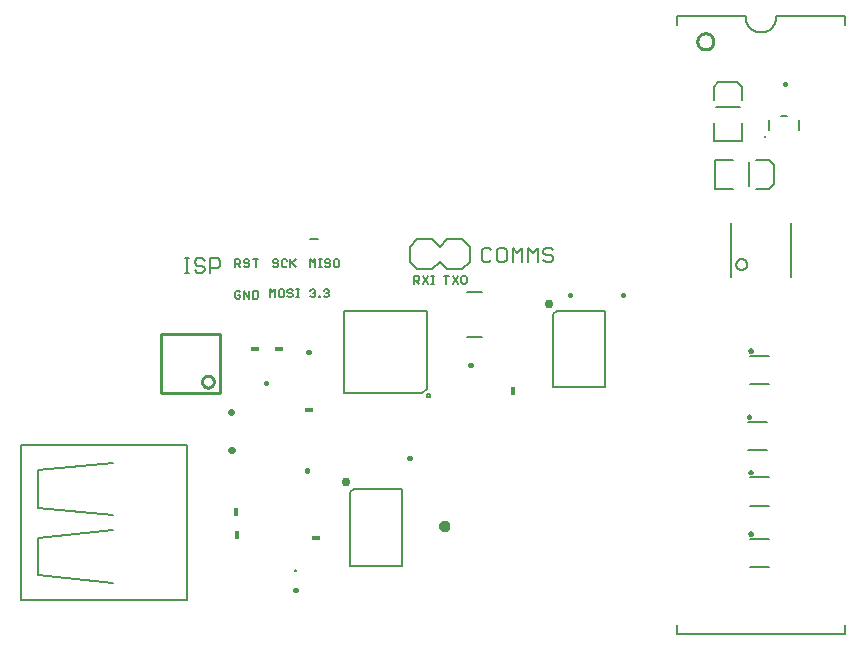
<source format=gto>
G75*
%MOIN*%
%OFA0B0*%
%FSLAX25Y25*%
%IPPOS*%
%LPD*%
%AMOC8*
5,1,8,0,0,1.08239X$1,22.5*
%
%ADD10C,0.00800*%
%ADD11C,0.00600*%
%ADD12C,0.01000*%
%ADD13C,0.01600*%
%ADD14C,0.02200*%
%ADD15R,0.01500X0.03000*%
%ADD16C,0.01000*%
%ADD17C,0.00500*%
%ADD18C,0.03000*%
%ADD19C,0.01500*%
%ADD20R,0.03000X0.01500*%
%ADD21C,0.00591*%
D10*
X0108738Y0091554D02*
X0134939Y0091554D01*
X0136337Y0092952D01*
X0136337Y0119153D01*
X0108738Y0119153D01*
X0108738Y0091554D01*
X0136337Y0090853D02*
X0136339Y0090902D01*
X0136345Y0090950D01*
X0136355Y0090998D01*
X0136369Y0091045D01*
X0136386Y0091091D01*
X0136407Y0091135D01*
X0136432Y0091177D01*
X0136460Y0091217D01*
X0136492Y0091255D01*
X0136526Y0091290D01*
X0136563Y0091322D01*
X0136602Y0091351D01*
X0136644Y0091377D01*
X0136688Y0091399D01*
X0136733Y0091417D01*
X0136780Y0091432D01*
X0136827Y0091443D01*
X0136876Y0091450D01*
X0136925Y0091453D01*
X0136974Y0091452D01*
X0137022Y0091447D01*
X0137071Y0091438D01*
X0137118Y0091425D01*
X0137164Y0091408D01*
X0137208Y0091388D01*
X0137251Y0091364D01*
X0137292Y0091337D01*
X0137330Y0091306D01*
X0137366Y0091273D01*
X0137398Y0091237D01*
X0137428Y0091198D01*
X0137455Y0091157D01*
X0137478Y0091113D01*
X0137497Y0091068D01*
X0137513Y0091022D01*
X0137525Y0090975D01*
X0137533Y0090926D01*
X0137537Y0090877D01*
X0137537Y0090829D01*
X0137533Y0090780D01*
X0137525Y0090731D01*
X0137513Y0090684D01*
X0137497Y0090638D01*
X0137478Y0090593D01*
X0137455Y0090549D01*
X0137428Y0090508D01*
X0137398Y0090469D01*
X0137366Y0090433D01*
X0137330Y0090400D01*
X0137292Y0090369D01*
X0137251Y0090342D01*
X0137208Y0090318D01*
X0137164Y0090298D01*
X0137118Y0090281D01*
X0137071Y0090268D01*
X0137022Y0090259D01*
X0136974Y0090254D01*
X0136925Y0090253D01*
X0136876Y0090256D01*
X0136827Y0090263D01*
X0136780Y0090274D01*
X0136733Y0090289D01*
X0136688Y0090307D01*
X0136644Y0090329D01*
X0136602Y0090355D01*
X0136563Y0090384D01*
X0136526Y0090416D01*
X0136492Y0090451D01*
X0136460Y0090489D01*
X0136432Y0090529D01*
X0136407Y0090571D01*
X0136386Y0090615D01*
X0136369Y0090661D01*
X0136355Y0090708D01*
X0136345Y0090756D01*
X0136339Y0090804D01*
X0136337Y0090853D01*
X0149651Y0110469D02*
X0154769Y0110469D01*
X0154769Y0125232D02*
X0149651Y0125232D01*
X0148250Y0132865D02*
X0143250Y0132865D01*
X0140750Y0135365D01*
X0138250Y0132865D01*
X0133250Y0132865D01*
X0130750Y0135365D01*
X0130750Y0140365D01*
X0133250Y0142865D01*
X0138250Y0142865D01*
X0140750Y0140365D01*
X0143250Y0142865D01*
X0148250Y0142865D01*
X0150750Y0140365D01*
X0150750Y0135365D01*
X0148250Y0132865D01*
X0154650Y0136066D02*
X0155451Y0135265D01*
X0157052Y0135265D01*
X0157853Y0136066D01*
X0159806Y0136066D02*
X0160607Y0135265D01*
X0162208Y0135265D01*
X0163009Y0136066D01*
X0163009Y0139269D01*
X0162208Y0140069D01*
X0160607Y0140069D01*
X0159806Y0139269D01*
X0159806Y0136066D01*
X0157853Y0139269D02*
X0157052Y0140069D01*
X0155451Y0140069D01*
X0154650Y0139269D01*
X0154650Y0136066D01*
X0164963Y0135265D02*
X0164963Y0140069D01*
X0166564Y0138468D01*
X0168166Y0140069D01*
X0168166Y0135265D01*
X0170119Y0135265D02*
X0170119Y0140069D01*
X0171721Y0138468D01*
X0173322Y0140069D01*
X0173322Y0135265D01*
X0175276Y0136066D02*
X0176076Y0135265D01*
X0177678Y0135265D01*
X0178478Y0136066D01*
X0178478Y0136867D01*
X0177678Y0137667D01*
X0176076Y0137667D01*
X0175276Y0138468D01*
X0175276Y0139269D01*
X0176076Y0140069D01*
X0177678Y0140069D01*
X0178478Y0139269D01*
X0232026Y0175680D02*
X0232026Y0181586D01*
X0232026Y0175680D02*
X0241474Y0175680D01*
X0241474Y0181586D01*
X0241474Y0189460D02*
X0241474Y0193790D01*
X0239900Y0195365D01*
X0233600Y0195365D01*
X0232026Y0193790D01*
X0232026Y0189460D01*
X0250425Y0182831D02*
X0250425Y0179450D01*
X0254368Y0183931D02*
X0256481Y0183931D01*
X0260425Y0182831D02*
X0260425Y0179450D01*
X0250608Y0169235D02*
X0246278Y0169235D01*
X0250608Y0169235D02*
X0252183Y0167661D01*
X0252183Y0161361D01*
X0250608Y0159787D01*
X0246278Y0159787D01*
X0238404Y0159787D02*
X0232498Y0159787D01*
X0232498Y0169235D01*
X0238404Y0169235D01*
X0243937Y0105665D02*
X0243939Y0105712D01*
X0243945Y0105758D01*
X0243954Y0105804D01*
X0243968Y0105848D01*
X0243985Y0105892D01*
X0244006Y0105933D01*
X0244030Y0105973D01*
X0244057Y0106011D01*
X0244088Y0106046D01*
X0244121Y0106079D01*
X0244157Y0106109D01*
X0244196Y0106135D01*
X0244236Y0106159D01*
X0244278Y0106178D01*
X0244322Y0106195D01*
X0244367Y0106207D01*
X0244413Y0106216D01*
X0244459Y0106221D01*
X0244506Y0106222D01*
X0244552Y0106219D01*
X0244598Y0106212D01*
X0244644Y0106201D01*
X0244688Y0106187D01*
X0244731Y0106169D01*
X0244772Y0106147D01*
X0244812Y0106122D01*
X0244849Y0106094D01*
X0244884Y0106063D01*
X0244916Y0106029D01*
X0244945Y0105992D01*
X0244970Y0105954D01*
X0244993Y0105913D01*
X0245012Y0105870D01*
X0245027Y0105826D01*
X0245039Y0105781D01*
X0245047Y0105735D01*
X0245051Y0105688D01*
X0245051Y0105642D01*
X0245047Y0105595D01*
X0245039Y0105549D01*
X0245027Y0105504D01*
X0245012Y0105460D01*
X0244993Y0105417D01*
X0244970Y0105376D01*
X0244945Y0105338D01*
X0244916Y0105301D01*
X0244884Y0105267D01*
X0244849Y0105236D01*
X0244812Y0105208D01*
X0244773Y0105183D01*
X0244731Y0105161D01*
X0244688Y0105143D01*
X0244644Y0105129D01*
X0244598Y0105118D01*
X0244552Y0105111D01*
X0244506Y0105108D01*
X0244459Y0105109D01*
X0244413Y0105114D01*
X0244367Y0105123D01*
X0244322Y0105135D01*
X0244278Y0105152D01*
X0244236Y0105171D01*
X0244196Y0105195D01*
X0244157Y0105221D01*
X0244121Y0105251D01*
X0244088Y0105284D01*
X0244057Y0105319D01*
X0244030Y0105357D01*
X0244006Y0105397D01*
X0243985Y0105438D01*
X0243968Y0105482D01*
X0243954Y0105526D01*
X0243945Y0105572D01*
X0243939Y0105618D01*
X0243937Y0105665D01*
X0244100Y0104090D02*
X0250400Y0104090D01*
X0250400Y0094641D02*
X0244100Y0094641D01*
X0243437Y0083665D02*
X0243439Y0083712D01*
X0243445Y0083758D01*
X0243454Y0083804D01*
X0243468Y0083848D01*
X0243485Y0083892D01*
X0243506Y0083933D01*
X0243530Y0083973D01*
X0243557Y0084011D01*
X0243588Y0084046D01*
X0243621Y0084079D01*
X0243657Y0084109D01*
X0243696Y0084135D01*
X0243736Y0084159D01*
X0243778Y0084178D01*
X0243822Y0084195D01*
X0243867Y0084207D01*
X0243913Y0084216D01*
X0243959Y0084221D01*
X0244006Y0084222D01*
X0244052Y0084219D01*
X0244098Y0084212D01*
X0244144Y0084201D01*
X0244188Y0084187D01*
X0244231Y0084169D01*
X0244272Y0084147D01*
X0244312Y0084122D01*
X0244349Y0084094D01*
X0244384Y0084063D01*
X0244416Y0084029D01*
X0244445Y0083992D01*
X0244470Y0083954D01*
X0244493Y0083913D01*
X0244512Y0083870D01*
X0244527Y0083826D01*
X0244539Y0083781D01*
X0244547Y0083735D01*
X0244551Y0083688D01*
X0244551Y0083642D01*
X0244547Y0083595D01*
X0244539Y0083549D01*
X0244527Y0083504D01*
X0244512Y0083460D01*
X0244493Y0083417D01*
X0244470Y0083376D01*
X0244445Y0083338D01*
X0244416Y0083301D01*
X0244384Y0083267D01*
X0244349Y0083236D01*
X0244312Y0083208D01*
X0244273Y0083183D01*
X0244231Y0083161D01*
X0244188Y0083143D01*
X0244144Y0083129D01*
X0244098Y0083118D01*
X0244052Y0083111D01*
X0244006Y0083108D01*
X0243959Y0083109D01*
X0243913Y0083114D01*
X0243867Y0083123D01*
X0243822Y0083135D01*
X0243778Y0083152D01*
X0243736Y0083171D01*
X0243696Y0083195D01*
X0243657Y0083221D01*
X0243621Y0083251D01*
X0243588Y0083284D01*
X0243557Y0083319D01*
X0243530Y0083357D01*
X0243506Y0083397D01*
X0243485Y0083438D01*
X0243468Y0083482D01*
X0243454Y0083526D01*
X0243445Y0083572D01*
X0243439Y0083618D01*
X0243437Y0083665D01*
X0243600Y0082090D02*
X0249900Y0082090D01*
X0249900Y0072641D02*
X0243600Y0072641D01*
X0243937Y0065165D02*
X0243939Y0065212D01*
X0243945Y0065258D01*
X0243954Y0065304D01*
X0243968Y0065348D01*
X0243985Y0065392D01*
X0244006Y0065433D01*
X0244030Y0065473D01*
X0244057Y0065511D01*
X0244088Y0065546D01*
X0244121Y0065579D01*
X0244157Y0065609D01*
X0244196Y0065635D01*
X0244236Y0065659D01*
X0244278Y0065678D01*
X0244322Y0065695D01*
X0244367Y0065707D01*
X0244413Y0065716D01*
X0244459Y0065721D01*
X0244506Y0065722D01*
X0244552Y0065719D01*
X0244598Y0065712D01*
X0244644Y0065701D01*
X0244688Y0065687D01*
X0244731Y0065669D01*
X0244772Y0065647D01*
X0244812Y0065622D01*
X0244849Y0065594D01*
X0244884Y0065563D01*
X0244916Y0065529D01*
X0244945Y0065492D01*
X0244970Y0065454D01*
X0244993Y0065413D01*
X0245012Y0065370D01*
X0245027Y0065326D01*
X0245039Y0065281D01*
X0245047Y0065235D01*
X0245051Y0065188D01*
X0245051Y0065142D01*
X0245047Y0065095D01*
X0245039Y0065049D01*
X0245027Y0065004D01*
X0245012Y0064960D01*
X0244993Y0064917D01*
X0244970Y0064876D01*
X0244945Y0064838D01*
X0244916Y0064801D01*
X0244884Y0064767D01*
X0244849Y0064736D01*
X0244812Y0064708D01*
X0244773Y0064683D01*
X0244731Y0064661D01*
X0244688Y0064643D01*
X0244644Y0064629D01*
X0244598Y0064618D01*
X0244552Y0064611D01*
X0244506Y0064608D01*
X0244459Y0064609D01*
X0244413Y0064614D01*
X0244367Y0064623D01*
X0244322Y0064635D01*
X0244278Y0064652D01*
X0244236Y0064671D01*
X0244196Y0064695D01*
X0244157Y0064721D01*
X0244121Y0064751D01*
X0244088Y0064784D01*
X0244057Y0064819D01*
X0244030Y0064857D01*
X0244006Y0064897D01*
X0243985Y0064938D01*
X0243968Y0064982D01*
X0243954Y0065026D01*
X0243945Y0065072D01*
X0243939Y0065118D01*
X0243937Y0065165D01*
X0244100Y0063590D02*
X0250400Y0063590D01*
X0250400Y0054141D02*
X0244100Y0054141D01*
X0243937Y0044665D02*
X0243939Y0044712D01*
X0243945Y0044758D01*
X0243954Y0044804D01*
X0243968Y0044848D01*
X0243985Y0044892D01*
X0244006Y0044933D01*
X0244030Y0044973D01*
X0244057Y0045011D01*
X0244088Y0045046D01*
X0244121Y0045079D01*
X0244157Y0045109D01*
X0244196Y0045135D01*
X0244236Y0045159D01*
X0244278Y0045178D01*
X0244322Y0045195D01*
X0244367Y0045207D01*
X0244413Y0045216D01*
X0244459Y0045221D01*
X0244506Y0045222D01*
X0244552Y0045219D01*
X0244598Y0045212D01*
X0244644Y0045201D01*
X0244688Y0045187D01*
X0244731Y0045169D01*
X0244772Y0045147D01*
X0244812Y0045122D01*
X0244849Y0045094D01*
X0244884Y0045063D01*
X0244916Y0045029D01*
X0244945Y0044992D01*
X0244970Y0044954D01*
X0244993Y0044913D01*
X0245012Y0044870D01*
X0245027Y0044826D01*
X0245039Y0044781D01*
X0245047Y0044735D01*
X0245051Y0044688D01*
X0245051Y0044642D01*
X0245047Y0044595D01*
X0245039Y0044549D01*
X0245027Y0044504D01*
X0245012Y0044460D01*
X0244993Y0044417D01*
X0244970Y0044376D01*
X0244945Y0044338D01*
X0244916Y0044301D01*
X0244884Y0044267D01*
X0244849Y0044236D01*
X0244812Y0044208D01*
X0244773Y0044183D01*
X0244731Y0044161D01*
X0244688Y0044143D01*
X0244644Y0044129D01*
X0244598Y0044118D01*
X0244552Y0044111D01*
X0244506Y0044108D01*
X0244459Y0044109D01*
X0244413Y0044114D01*
X0244367Y0044123D01*
X0244322Y0044135D01*
X0244278Y0044152D01*
X0244236Y0044171D01*
X0244196Y0044195D01*
X0244157Y0044221D01*
X0244121Y0044251D01*
X0244088Y0044284D01*
X0244057Y0044319D01*
X0244030Y0044357D01*
X0244006Y0044397D01*
X0243985Y0044438D01*
X0243968Y0044482D01*
X0243954Y0044526D01*
X0243945Y0044572D01*
X0243939Y0044618D01*
X0243937Y0044665D01*
X0244100Y0043090D02*
X0250400Y0043090D01*
X0250400Y0033641D02*
X0244100Y0033641D01*
X0100162Y0143028D02*
X0097462Y0143028D01*
X0067447Y0135769D02*
X0067447Y0134167D01*
X0066646Y0133367D01*
X0064244Y0133367D01*
X0064244Y0131765D02*
X0064244Y0136569D01*
X0066646Y0136569D01*
X0067447Y0135769D01*
X0062290Y0135769D02*
X0061490Y0136569D01*
X0059888Y0136569D01*
X0059088Y0135769D01*
X0059088Y0134968D01*
X0059888Y0134167D01*
X0061490Y0134167D01*
X0062290Y0133367D01*
X0062290Y0132566D01*
X0061490Y0131765D01*
X0059888Y0131765D01*
X0059088Y0132566D01*
X0057251Y0131765D02*
X0055650Y0131765D01*
X0056451Y0131765D02*
X0056451Y0136569D01*
X0057251Y0136569D02*
X0055650Y0136569D01*
D11*
X0072550Y0136268D02*
X0072550Y0133665D01*
X0072550Y0134533D02*
X0073851Y0134533D01*
X0074285Y0134966D01*
X0074285Y0135834D01*
X0073851Y0136268D01*
X0072550Y0136268D01*
X0073417Y0134533D02*
X0074285Y0133665D01*
X0075497Y0134099D02*
X0075930Y0133665D01*
X0076798Y0133665D01*
X0077231Y0134099D01*
X0077231Y0134533D01*
X0076798Y0134966D01*
X0075930Y0134966D01*
X0075497Y0135400D01*
X0075497Y0135834D01*
X0075930Y0136268D01*
X0076798Y0136268D01*
X0077231Y0135834D01*
X0078443Y0136268D02*
X0080178Y0136268D01*
X0079310Y0136268D02*
X0079310Y0133665D01*
X0085050Y0134099D02*
X0085484Y0133665D01*
X0086351Y0133665D01*
X0086785Y0134099D01*
X0086785Y0134533D01*
X0086351Y0134966D01*
X0085484Y0134966D01*
X0085050Y0135400D01*
X0085050Y0135834D01*
X0085484Y0136268D01*
X0086351Y0136268D01*
X0086785Y0135834D01*
X0087997Y0135834D02*
X0087997Y0134099D01*
X0088430Y0133665D01*
X0089298Y0133665D01*
X0089731Y0134099D01*
X0090943Y0134533D02*
X0092678Y0136268D01*
X0090943Y0136268D02*
X0090943Y0133665D01*
X0091377Y0134966D02*
X0092678Y0133665D01*
X0089731Y0135834D02*
X0089298Y0136268D01*
X0088430Y0136268D01*
X0087997Y0135834D01*
X0097550Y0136268D02*
X0098417Y0135400D01*
X0099285Y0136268D01*
X0099285Y0133665D01*
X0100497Y0133665D02*
X0101364Y0133665D01*
X0100930Y0133665D02*
X0100930Y0136268D01*
X0100497Y0136268D02*
X0101364Y0136268D01*
X0102461Y0135834D02*
X0102461Y0135400D01*
X0102895Y0134966D01*
X0103762Y0134966D01*
X0104196Y0134533D01*
X0104196Y0134099D01*
X0103762Y0133665D01*
X0102895Y0133665D01*
X0102461Y0134099D01*
X0102461Y0135834D02*
X0102895Y0136268D01*
X0103762Y0136268D01*
X0104196Y0135834D01*
X0105407Y0135834D02*
X0105407Y0134099D01*
X0105841Y0133665D01*
X0106708Y0133665D01*
X0107142Y0134099D01*
X0107142Y0135834D01*
X0106708Y0136268D01*
X0105841Y0136268D01*
X0105407Y0135834D01*
X0097550Y0136268D02*
X0097550Y0133665D01*
X0097984Y0126268D02*
X0098851Y0126268D01*
X0099285Y0125834D01*
X0099285Y0125400D01*
X0098851Y0124966D01*
X0099285Y0124533D01*
X0099285Y0124099D01*
X0098851Y0123665D01*
X0097984Y0123665D01*
X0097550Y0124099D01*
X0098417Y0124966D02*
X0098851Y0124966D01*
X0097550Y0125834D02*
X0097984Y0126268D01*
X0100497Y0124099D02*
X0100930Y0124099D01*
X0100930Y0123665D01*
X0100497Y0123665D01*
X0100497Y0124099D01*
X0101970Y0124099D02*
X0102403Y0123665D01*
X0103271Y0123665D01*
X0103705Y0124099D01*
X0103705Y0124533D01*
X0103271Y0124966D01*
X0102837Y0124966D01*
X0103271Y0124966D02*
X0103705Y0125400D01*
X0103705Y0125834D01*
X0103271Y0126268D01*
X0102403Y0126268D01*
X0101970Y0125834D01*
X0093757Y0126268D02*
X0092890Y0126268D01*
X0093323Y0126268D02*
X0093323Y0123665D01*
X0092890Y0123665D02*
X0093757Y0123665D01*
X0091678Y0124099D02*
X0091244Y0123665D01*
X0090377Y0123665D01*
X0089943Y0124099D01*
X0090377Y0124966D02*
X0091244Y0124966D01*
X0091678Y0124533D01*
X0091678Y0124099D01*
X0090377Y0124966D02*
X0089943Y0125400D01*
X0089943Y0125834D01*
X0090377Y0126268D01*
X0091244Y0126268D01*
X0091678Y0125834D01*
X0088731Y0125834D02*
X0088731Y0124099D01*
X0088298Y0123665D01*
X0087430Y0123665D01*
X0086997Y0124099D01*
X0086997Y0125834D01*
X0087430Y0126268D01*
X0088298Y0126268D01*
X0088731Y0125834D01*
X0085785Y0126268D02*
X0085785Y0123665D01*
X0084050Y0123665D02*
X0084050Y0126268D01*
X0084917Y0125400D01*
X0085785Y0126268D01*
X0080178Y0125334D02*
X0080178Y0123599D01*
X0079744Y0123165D01*
X0078443Y0123165D01*
X0078443Y0125768D01*
X0079744Y0125768D01*
X0080178Y0125334D01*
X0077231Y0125768D02*
X0077231Y0123165D01*
X0075497Y0125768D01*
X0075497Y0123165D01*
X0074285Y0123599D02*
X0074285Y0124466D01*
X0073417Y0124466D01*
X0072550Y0123599D02*
X0072984Y0123165D01*
X0073851Y0123165D01*
X0074285Y0123599D01*
X0074285Y0125334D02*
X0073851Y0125768D01*
X0072984Y0125768D01*
X0072550Y0125334D01*
X0072550Y0123599D01*
X0132050Y0128165D02*
X0132050Y0130768D01*
X0133351Y0130768D01*
X0133785Y0130334D01*
X0133785Y0129466D01*
X0133351Y0129033D01*
X0132050Y0129033D01*
X0132917Y0129033D02*
X0133785Y0128165D01*
X0134997Y0128165D02*
X0136731Y0130768D01*
X0137943Y0130768D02*
X0138810Y0130768D01*
X0138377Y0130768D02*
X0138377Y0128165D01*
X0138810Y0128165D02*
X0137943Y0128165D01*
X0136731Y0128165D02*
X0134997Y0130768D01*
X0142050Y0130768D02*
X0143785Y0130768D01*
X0142917Y0130768D02*
X0142917Y0128165D01*
X0144997Y0128165D02*
X0146731Y0130768D01*
X0147943Y0130334D02*
X0147943Y0128599D01*
X0148377Y0128165D01*
X0149244Y0128165D01*
X0149678Y0128599D01*
X0149678Y0130334D01*
X0149244Y0130768D01*
X0148377Y0130768D01*
X0147943Y0130334D01*
X0146731Y0128165D02*
X0144997Y0130768D01*
X0237850Y0130378D02*
X0237850Y0148353D01*
X0239550Y0134565D02*
X0239552Y0134649D01*
X0239558Y0134734D01*
X0239568Y0134817D01*
X0239582Y0134901D01*
X0239599Y0134983D01*
X0239621Y0135065D01*
X0239646Y0135145D01*
X0239675Y0135224D01*
X0239708Y0135302D01*
X0239744Y0135378D01*
X0239784Y0135453D01*
X0239828Y0135525D01*
X0239874Y0135596D01*
X0239924Y0135664D01*
X0239977Y0135729D01*
X0240033Y0135792D01*
X0240092Y0135853D01*
X0240154Y0135910D01*
X0240218Y0135965D01*
X0240285Y0136016D01*
X0240354Y0136065D01*
X0240426Y0136110D01*
X0240499Y0136151D01*
X0240574Y0136189D01*
X0240651Y0136224D01*
X0240730Y0136255D01*
X0240810Y0136282D01*
X0240891Y0136305D01*
X0240973Y0136325D01*
X0241056Y0136341D01*
X0241139Y0136353D01*
X0241224Y0136361D01*
X0241308Y0136365D01*
X0241392Y0136365D01*
X0241476Y0136361D01*
X0241561Y0136353D01*
X0241644Y0136341D01*
X0241727Y0136325D01*
X0241809Y0136305D01*
X0241890Y0136282D01*
X0241970Y0136255D01*
X0242049Y0136224D01*
X0242126Y0136189D01*
X0242201Y0136151D01*
X0242274Y0136110D01*
X0242346Y0136065D01*
X0242415Y0136016D01*
X0242482Y0135965D01*
X0242546Y0135910D01*
X0242608Y0135853D01*
X0242667Y0135792D01*
X0242723Y0135729D01*
X0242776Y0135664D01*
X0242826Y0135596D01*
X0242872Y0135525D01*
X0242916Y0135453D01*
X0242956Y0135378D01*
X0242992Y0135302D01*
X0243025Y0135224D01*
X0243054Y0135145D01*
X0243079Y0135065D01*
X0243101Y0134983D01*
X0243118Y0134901D01*
X0243132Y0134817D01*
X0243142Y0134734D01*
X0243148Y0134649D01*
X0243150Y0134565D01*
X0243148Y0134481D01*
X0243142Y0134396D01*
X0243132Y0134313D01*
X0243118Y0134229D01*
X0243101Y0134147D01*
X0243079Y0134065D01*
X0243054Y0133985D01*
X0243025Y0133906D01*
X0242992Y0133828D01*
X0242956Y0133752D01*
X0242916Y0133677D01*
X0242872Y0133605D01*
X0242826Y0133534D01*
X0242776Y0133466D01*
X0242723Y0133401D01*
X0242667Y0133338D01*
X0242608Y0133277D01*
X0242546Y0133220D01*
X0242482Y0133165D01*
X0242415Y0133114D01*
X0242346Y0133065D01*
X0242274Y0133020D01*
X0242201Y0132979D01*
X0242126Y0132941D01*
X0242049Y0132906D01*
X0241970Y0132875D01*
X0241890Y0132848D01*
X0241809Y0132825D01*
X0241727Y0132805D01*
X0241644Y0132789D01*
X0241561Y0132777D01*
X0241476Y0132769D01*
X0241392Y0132765D01*
X0241308Y0132765D01*
X0241224Y0132769D01*
X0241139Y0132777D01*
X0241056Y0132789D01*
X0240973Y0132805D01*
X0240891Y0132825D01*
X0240810Y0132848D01*
X0240730Y0132875D01*
X0240651Y0132906D01*
X0240574Y0132941D01*
X0240499Y0132979D01*
X0240426Y0133020D01*
X0240354Y0133065D01*
X0240285Y0133114D01*
X0240218Y0133165D01*
X0240154Y0133220D01*
X0240092Y0133277D01*
X0240033Y0133338D01*
X0239977Y0133401D01*
X0239924Y0133466D01*
X0239874Y0133534D01*
X0239828Y0133605D01*
X0239784Y0133677D01*
X0239744Y0133752D01*
X0239708Y0133828D01*
X0239675Y0133906D01*
X0239646Y0133985D01*
X0239621Y0134065D01*
X0239599Y0134147D01*
X0239582Y0134229D01*
X0239568Y0134313D01*
X0239558Y0134396D01*
X0239552Y0134481D01*
X0239550Y0134565D01*
X0257650Y0130378D02*
X0257650Y0148353D01*
X0275750Y0214365D02*
X0275750Y0217265D01*
X0252750Y0217265D01*
X0252750Y0216865D02*
X0252748Y0216725D01*
X0252742Y0216585D01*
X0252732Y0216445D01*
X0252719Y0216305D01*
X0252701Y0216166D01*
X0252679Y0216027D01*
X0252654Y0215890D01*
X0252625Y0215752D01*
X0252592Y0215616D01*
X0252555Y0215481D01*
X0252514Y0215347D01*
X0252469Y0215214D01*
X0252421Y0215082D01*
X0252369Y0214952D01*
X0252314Y0214823D01*
X0252255Y0214696D01*
X0252192Y0214570D01*
X0252126Y0214446D01*
X0252057Y0214325D01*
X0251984Y0214205D01*
X0251907Y0214087D01*
X0251828Y0213972D01*
X0251745Y0213858D01*
X0251659Y0213748D01*
X0251570Y0213639D01*
X0251478Y0213533D01*
X0251383Y0213430D01*
X0251286Y0213329D01*
X0251185Y0213232D01*
X0251082Y0213137D01*
X0250976Y0213045D01*
X0250867Y0212956D01*
X0250757Y0212870D01*
X0250643Y0212787D01*
X0250528Y0212708D01*
X0250410Y0212631D01*
X0250290Y0212558D01*
X0250169Y0212489D01*
X0250045Y0212423D01*
X0249919Y0212360D01*
X0249792Y0212301D01*
X0249663Y0212246D01*
X0249533Y0212194D01*
X0249401Y0212146D01*
X0249268Y0212101D01*
X0249134Y0212060D01*
X0248999Y0212023D01*
X0248863Y0211990D01*
X0248725Y0211961D01*
X0248588Y0211936D01*
X0248449Y0211914D01*
X0248310Y0211896D01*
X0248170Y0211883D01*
X0248030Y0211873D01*
X0247890Y0211867D01*
X0247750Y0211865D01*
X0247610Y0211867D01*
X0247470Y0211873D01*
X0247330Y0211883D01*
X0247190Y0211896D01*
X0247051Y0211914D01*
X0246912Y0211936D01*
X0246775Y0211961D01*
X0246637Y0211990D01*
X0246501Y0212023D01*
X0246366Y0212060D01*
X0246232Y0212101D01*
X0246099Y0212146D01*
X0245967Y0212194D01*
X0245837Y0212246D01*
X0245708Y0212301D01*
X0245581Y0212360D01*
X0245455Y0212423D01*
X0245331Y0212489D01*
X0245210Y0212558D01*
X0245090Y0212631D01*
X0244972Y0212708D01*
X0244857Y0212787D01*
X0244743Y0212870D01*
X0244633Y0212956D01*
X0244524Y0213045D01*
X0244418Y0213137D01*
X0244315Y0213232D01*
X0244214Y0213329D01*
X0244117Y0213430D01*
X0244022Y0213533D01*
X0243930Y0213639D01*
X0243841Y0213748D01*
X0243755Y0213858D01*
X0243672Y0213972D01*
X0243593Y0214087D01*
X0243516Y0214205D01*
X0243443Y0214325D01*
X0243374Y0214446D01*
X0243308Y0214570D01*
X0243245Y0214696D01*
X0243186Y0214823D01*
X0243131Y0214952D01*
X0243079Y0215082D01*
X0243031Y0215214D01*
X0242986Y0215347D01*
X0242945Y0215481D01*
X0242908Y0215616D01*
X0242875Y0215752D01*
X0242846Y0215890D01*
X0242821Y0216027D01*
X0242799Y0216166D01*
X0242781Y0216305D01*
X0242768Y0216445D01*
X0242758Y0216585D01*
X0242752Y0216725D01*
X0242750Y0216865D01*
X0242750Y0217265D02*
X0219750Y0217265D01*
X0219750Y0214365D01*
X0219750Y0014365D02*
X0219750Y0011465D01*
X0275750Y0011465D01*
X0275750Y0014365D01*
D12*
X0067380Y0091511D02*
X0067380Y0111196D01*
X0047695Y0111196D01*
X0047695Y0091511D01*
X0067380Y0091511D01*
X0061474Y0095448D02*
X0061476Y0095536D01*
X0061482Y0095624D01*
X0061492Y0095712D01*
X0061506Y0095800D01*
X0061523Y0095886D01*
X0061545Y0095972D01*
X0061570Y0096056D01*
X0061600Y0096140D01*
X0061632Y0096222D01*
X0061669Y0096302D01*
X0061709Y0096381D01*
X0061753Y0096458D01*
X0061800Y0096533D01*
X0061850Y0096605D01*
X0061904Y0096676D01*
X0061960Y0096743D01*
X0062020Y0096809D01*
X0062082Y0096871D01*
X0062148Y0096931D01*
X0062215Y0096987D01*
X0062286Y0097041D01*
X0062358Y0097091D01*
X0062433Y0097138D01*
X0062510Y0097182D01*
X0062589Y0097222D01*
X0062669Y0097259D01*
X0062751Y0097291D01*
X0062835Y0097321D01*
X0062919Y0097346D01*
X0063005Y0097368D01*
X0063091Y0097385D01*
X0063179Y0097399D01*
X0063267Y0097409D01*
X0063355Y0097415D01*
X0063443Y0097417D01*
X0063531Y0097415D01*
X0063619Y0097409D01*
X0063707Y0097399D01*
X0063795Y0097385D01*
X0063881Y0097368D01*
X0063967Y0097346D01*
X0064051Y0097321D01*
X0064135Y0097291D01*
X0064217Y0097259D01*
X0064297Y0097222D01*
X0064376Y0097182D01*
X0064453Y0097138D01*
X0064528Y0097091D01*
X0064600Y0097041D01*
X0064671Y0096987D01*
X0064738Y0096931D01*
X0064804Y0096871D01*
X0064866Y0096809D01*
X0064926Y0096743D01*
X0064982Y0096676D01*
X0065036Y0096605D01*
X0065086Y0096533D01*
X0065133Y0096458D01*
X0065177Y0096381D01*
X0065217Y0096302D01*
X0065254Y0096222D01*
X0065286Y0096140D01*
X0065316Y0096056D01*
X0065341Y0095972D01*
X0065363Y0095886D01*
X0065380Y0095800D01*
X0065394Y0095712D01*
X0065404Y0095624D01*
X0065410Y0095536D01*
X0065412Y0095448D01*
X0065410Y0095360D01*
X0065404Y0095272D01*
X0065394Y0095184D01*
X0065380Y0095096D01*
X0065363Y0095010D01*
X0065341Y0094924D01*
X0065316Y0094840D01*
X0065286Y0094756D01*
X0065254Y0094674D01*
X0065217Y0094594D01*
X0065177Y0094515D01*
X0065133Y0094438D01*
X0065086Y0094363D01*
X0065036Y0094291D01*
X0064982Y0094220D01*
X0064926Y0094153D01*
X0064866Y0094087D01*
X0064804Y0094025D01*
X0064738Y0093965D01*
X0064671Y0093909D01*
X0064600Y0093855D01*
X0064528Y0093805D01*
X0064453Y0093758D01*
X0064376Y0093714D01*
X0064297Y0093674D01*
X0064217Y0093637D01*
X0064135Y0093605D01*
X0064051Y0093575D01*
X0063967Y0093550D01*
X0063881Y0093528D01*
X0063795Y0093511D01*
X0063707Y0093497D01*
X0063619Y0093487D01*
X0063531Y0093481D01*
X0063443Y0093479D01*
X0063355Y0093481D01*
X0063267Y0093487D01*
X0063179Y0093497D01*
X0063091Y0093511D01*
X0063005Y0093528D01*
X0062919Y0093550D01*
X0062835Y0093575D01*
X0062751Y0093605D01*
X0062669Y0093637D01*
X0062589Y0093674D01*
X0062510Y0093714D01*
X0062433Y0093758D01*
X0062358Y0093805D01*
X0062286Y0093855D01*
X0062215Y0093909D01*
X0062148Y0093965D01*
X0062082Y0094025D01*
X0062020Y0094087D01*
X0061960Y0094153D01*
X0061904Y0094220D01*
X0061850Y0094291D01*
X0061800Y0094363D01*
X0061753Y0094438D01*
X0061709Y0094515D01*
X0061669Y0094594D01*
X0061632Y0094674D01*
X0061600Y0094756D01*
X0061570Y0094840D01*
X0061545Y0094924D01*
X0061523Y0095010D01*
X0061506Y0095096D01*
X0061492Y0095184D01*
X0061482Y0095272D01*
X0061476Y0095360D01*
X0061474Y0095448D01*
X0226557Y0208865D02*
X0226559Y0208968D01*
X0226565Y0209071D01*
X0226575Y0209174D01*
X0226589Y0209276D01*
X0226606Y0209378D01*
X0226628Y0209479D01*
X0226653Y0209579D01*
X0226683Y0209678D01*
X0226716Y0209775D01*
X0226752Y0209872D01*
X0226793Y0209967D01*
X0226837Y0210060D01*
X0226884Y0210151D01*
X0226935Y0210241D01*
X0226990Y0210329D01*
X0227047Y0210414D01*
X0227108Y0210498D01*
X0227172Y0210578D01*
X0227240Y0210657D01*
X0227310Y0210732D01*
X0227383Y0210805D01*
X0227458Y0210875D01*
X0227537Y0210943D01*
X0227617Y0211007D01*
X0227701Y0211068D01*
X0227786Y0211125D01*
X0227874Y0211180D01*
X0227964Y0211231D01*
X0228055Y0211278D01*
X0228148Y0211322D01*
X0228243Y0211363D01*
X0228340Y0211399D01*
X0228437Y0211432D01*
X0228536Y0211462D01*
X0228636Y0211487D01*
X0228737Y0211509D01*
X0228839Y0211526D01*
X0228941Y0211540D01*
X0229044Y0211550D01*
X0229147Y0211556D01*
X0229250Y0211558D01*
X0229353Y0211556D01*
X0229456Y0211550D01*
X0229559Y0211540D01*
X0229661Y0211526D01*
X0229763Y0211509D01*
X0229864Y0211487D01*
X0229964Y0211462D01*
X0230063Y0211432D01*
X0230160Y0211399D01*
X0230257Y0211363D01*
X0230352Y0211322D01*
X0230445Y0211278D01*
X0230536Y0211231D01*
X0230626Y0211180D01*
X0230714Y0211125D01*
X0230799Y0211068D01*
X0230883Y0211007D01*
X0230963Y0210943D01*
X0231042Y0210875D01*
X0231117Y0210805D01*
X0231190Y0210732D01*
X0231260Y0210657D01*
X0231328Y0210578D01*
X0231392Y0210498D01*
X0231453Y0210414D01*
X0231510Y0210329D01*
X0231565Y0210241D01*
X0231616Y0210151D01*
X0231663Y0210060D01*
X0231707Y0209967D01*
X0231748Y0209872D01*
X0231784Y0209775D01*
X0231817Y0209678D01*
X0231847Y0209579D01*
X0231872Y0209479D01*
X0231894Y0209378D01*
X0231911Y0209276D01*
X0231925Y0209174D01*
X0231935Y0209071D01*
X0231941Y0208968D01*
X0231943Y0208865D01*
X0231941Y0208762D01*
X0231935Y0208659D01*
X0231925Y0208556D01*
X0231911Y0208454D01*
X0231894Y0208352D01*
X0231872Y0208251D01*
X0231847Y0208151D01*
X0231817Y0208052D01*
X0231784Y0207955D01*
X0231748Y0207858D01*
X0231707Y0207763D01*
X0231663Y0207670D01*
X0231616Y0207579D01*
X0231565Y0207489D01*
X0231510Y0207401D01*
X0231453Y0207316D01*
X0231392Y0207232D01*
X0231328Y0207152D01*
X0231260Y0207073D01*
X0231190Y0206998D01*
X0231117Y0206925D01*
X0231042Y0206855D01*
X0230963Y0206787D01*
X0230883Y0206723D01*
X0230799Y0206662D01*
X0230714Y0206605D01*
X0230626Y0206550D01*
X0230536Y0206499D01*
X0230445Y0206452D01*
X0230352Y0206408D01*
X0230257Y0206367D01*
X0230160Y0206331D01*
X0230063Y0206298D01*
X0229964Y0206268D01*
X0229864Y0206243D01*
X0229763Y0206221D01*
X0229661Y0206204D01*
X0229559Y0206190D01*
X0229456Y0206180D01*
X0229353Y0206174D01*
X0229250Y0206172D01*
X0229147Y0206174D01*
X0229044Y0206180D01*
X0228941Y0206190D01*
X0228839Y0206204D01*
X0228737Y0206221D01*
X0228636Y0206243D01*
X0228536Y0206268D01*
X0228437Y0206298D01*
X0228340Y0206331D01*
X0228243Y0206367D01*
X0228148Y0206408D01*
X0228055Y0206452D01*
X0227964Y0206499D01*
X0227874Y0206550D01*
X0227786Y0206605D01*
X0227701Y0206662D01*
X0227617Y0206723D01*
X0227537Y0206787D01*
X0227458Y0206855D01*
X0227383Y0206925D01*
X0227310Y0206998D01*
X0227240Y0207073D01*
X0227172Y0207152D01*
X0227108Y0207232D01*
X0227047Y0207316D01*
X0226990Y0207401D01*
X0226935Y0207489D01*
X0226884Y0207579D01*
X0226837Y0207670D01*
X0226793Y0207763D01*
X0226752Y0207858D01*
X0226716Y0207955D01*
X0226683Y0208052D01*
X0226653Y0208151D01*
X0226628Y0208251D01*
X0226606Y0208352D01*
X0226589Y0208454D01*
X0226575Y0208556D01*
X0226565Y0208659D01*
X0226559Y0208762D01*
X0226557Y0208865D01*
D13*
X0141250Y0047365D02*
X0141252Y0047428D01*
X0141258Y0047490D01*
X0141268Y0047552D01*
X0141281Y0047614D01*
X0141299Y0047674D01*
X0141320Y0047733D01*
X0141345Y0047791D01*
X0141374Y0047847D01*
X0141406Y0047901D01*
X0141441Y0047953D01*
X0141479Y0048002D01*
X0141521Y0048050D01*
X0141565Y0048094D01*
X0141613Y0048136D01*
X0141662Y0048174D01*
X0141714Y0048209D01*
X0141768Y0048241D01*
X0141824Y0048270D01*
X0141882Y0048295D01*
X0141941Y0048316D01*
X0142001Y0048334D01*
X0142063Y0048347D01*
X0142125Y0048357D01*
X0142187Y0048363D01*
X0142250Y0048365D01*
X0142313Y0048363D01*
X0142375Y0048357D01*
X0142437Y0048347D01*
X0142499Y0048334D01*
X0142559Y0048316D01*
X0142618Y0048295D01*
X0142676Y0048270D01*
X0142732Y0048241D01*
X0142786Y0048209D01*
X0142838Y0048174D01*
X0142887Y0048136D01*
X0142935Y0048094D01*
X0142979Y0048050D01*
X0143021Y0048002D01*
X0143059Y0047953D01*
X0143094Y0047901D01*
X0143126Y0047847D01*
X0143155Y0047791D01*
X0143180Y0047733D01*
X0143201Y0047674D01*
X0143219Y0047614D01*
X0143232Y0047552D01*
X0143242Y0047490D01*
X0143248Y0047428D01*
X0143250Y0047365D01*
X0143248Y0047302D01*
X0143242Y0047240D01*
X0143232Y0047178D01*
X0143219Y0047116D01*
X0143201Y0047056D01*
X0143180Y0046997D01*
X0143155Y0046939D01*
X0143126Y0046883D01*
X0143094Y0046829D01*
X0143059Y0046777D01*
X0143021Y0046728D01*
X0142979Y0046680D01*
X0142935Y0046636D01*
X0142887Y0046594D01*
X0142838Y0046556D01*
X0142786Y0046521D01*
X0142732Y0046489D01*
X0142676Y0046460D01*
X0142618Y0046435D01*
X0142559Y0046414D01*
X0142499Y0046396D01*
X0142437Y0046383D01*
X0142375Y0046373D01*
X0142313Y0046367D01*
X0142250Y0046365D01*
X0142187Y0046367D01*
X0142125Y0046373D01*
X0142063Y0046383D01*
X0142001Y0046396D01*
X0141941Y0046414D01*
X0141882Y0046435D01*
X0141824Y0046460D01*
X0141768Y0046489D01*
X0141714Y0046521D01*
X0141662Y0046556D01*
X0141613Y0046594D01*
X0141565Y0046636D01*
X0141521Y0046680D01*
X0141479Y0046728D01*
X0141441Y0046777D01*
X0141406Y0046829D01*
X0141374Y0046883D01*
X0141345Y0046939D01*
X0141320Y0046997D01*
X0141299Y0047056D01*
X0141281Y0047116D01*
X0141268Y0047178D01*
X0141258Y0047240D01*
X0141252Y0047302D01*
X0141250Y0047365D01*
D14*
X0071357Y0072553D02*
X0071117Y0072553D01*
X0071017Y0085353D02*
X0071257Y0085353D01*
D15*
X0072937Y0052053D03*
X0073037Y0044353D03*
X0165250Y0092365D03*
D16*
X0249125Y0177141D03*
D17*
X0056300Y0022515D02*
X0001250Y0022515D01*
X0001250Y0022865D02*
X0001250Y0073865D01*
X0001250Y0074215D02*
X0056300Y0074215D01*
X0056350Y0073965D02*
X0056350Y0022765D01*
X0031750Y0028365D02*
X0006750Y0030865D01*
X0006750Y0043365D01*
X0031750Y0045865D01*
X0031750Y0050865D02*
X0006750Y0053365D01*
X0006750Y0065865D01*
X0031750Y0068365D01*
X0110876Y0058550D02*
X0110876Y0034158D01*
X0128199Y0034158D01*
X0128199Y0059749D01*
X0112074Y0059749D01*
X0110876Y0058550D01*
X0178589Y0093570D02*
X0178589Y0117962D01*
X0179787Y0119161D01*
X0195911Y0119161D01*
X0195911Y0093570D01*
X0178589Y0093570D01*
X0243600Y0083271D02*
X0243994Y0083271D01*
X0243994Y0083665D01*
X0244494Y0065165D02*
X0244494Y0064771D01*
X0244100Y0064771D01*
X0244494Y0044665D02*
X0244494Y0044271D01*
X0244100Y0044271D01*
X0244100Y0105271D02*
X0244494Y0105271D01*
X0244494Y0105665D01*
X0243841Y0160511D02*
X0243841Y0168511D01*
X0240750Y0187023D02*
X0232750Y0187023D01*
D18*
X0177250Y0121365D03*
X0109537Y0061953D03*
D19*
X0096537Y0065743D02*
X0096537Y0065963D01*
X0130427Y0069853D02*
X0130647Y0069853D01*
X0150853Y0100991D02*
X0151073Y0100991D01*
X0184250Y0124255D02*
X0184250Y0124475D01*
X0201750Y0124475D02*
X0201750Y0124255D01*
X0255825Y0194531D02*
X0255825Y0194751D01*
X0097147Y0105353D02*
X0096927Y0105353D01*
X0082737Y0095063D02*
X0082737Y0094843D01*
X0092427Y0025853D02*
X0092647Y0025853D01*
D20*
X0099537Y0043353D03*
X0097037Y0085853D03*
X0087037Y0106353D03*
X0079037Y0106353D03*
D21*
X0092340Y0032546D02*
X0092342Y0032573D01*
X0092348Y0032600D01*
X0092357Y0032626D01*
X0092370Y0032650D01*
X0092386Y0032673D01*
X0092405Y0032692D01*
X0092427Y0032709D01*
X0092451Y0032723D01*
X0092476Y0032733D01*
X0092503Y0032740D01*
X0092530Y0032743D01*
X0092558Y0032742D01*
X0092585Y0032737D01*
X0092611Y0032729D01*
X0092635Y0032717D01*
X0092658Y0032701D01*
X0092679Y0032683D01*
X0092696Y0032662D01*
X0092711Y0032638D01*
X0092722Y0032613D01*
X0092730Y0032587D01*
X0092734Y0032560D01*
X0092734Y0032532D01*
X0092730Y0032505D01*
X0092722Y0032479D01*
X0092711Y0032454D01*
X0092696Y0032430D01*
X0092679Y0032409D01*
X0092658Y0032391D01*
X0092636Y0032375D01*
X0092611Y0032363D01*
X0092585Y0032355D01*
X0092558Y0032350D01*
X0092530Y0032349D01*
X0092503Y0032352D01*
X0092476Y0032359D01*
X0092451Y0032369D01*
X0092427Y0032383D01*
X0092405Y0032400D01*
X0092386Y0032419D01*
X0092370Y0032442D01*
X0092357Y0032466D01*
X0092348Y0032492D01*
X0092342Y0032519D01*
X0092340Y0032546D01*
M02*

</source>
